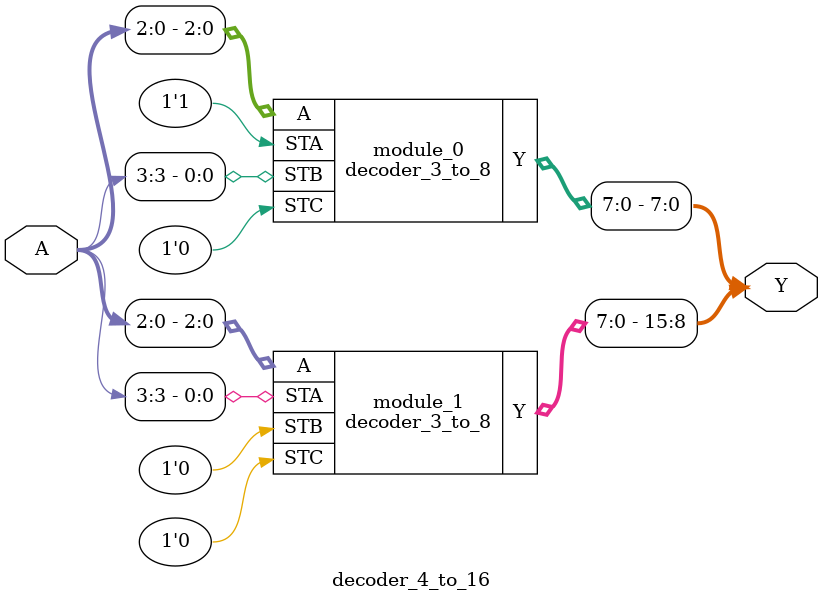
<source format=v>
module decoder_3_to_8(input [2:0] A, input STA, input STB, input STC, output [7:0] Y);
   
    assign Y[0] = STA & ~STB & ~STC & ~A[2] & ~A[1] & ~A[0];
    assign Y[1] = STA & ~STB & ~STC & ~A[2] & ~A[1] & A[0];
    assign Y[2] = STA & ~STB & ~STC & ~A[2] & A[1] & ~A[0];
    assign Y[3] = STA & ~STB & ~STC & ~A[2] & A[1] & A[0];
    assign Y[4] = STA & ~STB & ~STC & A[2] & ~A[1] & ~A[0];
    assign Y[5] = STA & ~STB & ~STC & A[2] & ~A[1] & A[0];
    assign Y[6] = STA & ~STB & ~STC & A[2] & A[1] & ~A[0];
    assign Y[7] = STA & ~STB & ~STC & A[2] & A[1] & A[0];
    
endmodule

module decoder_4_to_16(input [3:0] A, output [15:0] Y);

    decoder_3_to_8 module_0(.A(A), .STA(1), .STB(A[3]), .STC(0), .Y(Y[7:0]));
    decoder_3_to_8 module_1(.A(A), .STA(A[3]), .STB(0), .STC(0), .Y(Y[15:8]));
    
endmodule
</source>
